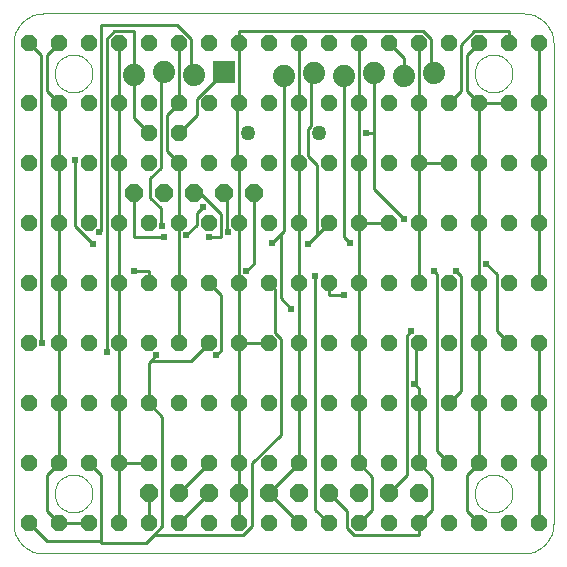
<source format=gtl>
G75*
G70*
%OFA0B0*%
%FSLAX24Y24*%
%IPPOS*%
%LPD*%
%AMOC8*
5,1,8,0,0,1.08239X$1,22.5*
%
%ADD10C,0.0000*%
%ADD11OC8,0.0520*%
%ADD12OC8,0.0600*%
%ADD13R,0.0740X0.0740*%
%ADD14C,0.0740*%
%ADD15C,0.0500*%
%ADD16C,0.0100*%
%ADD17C,0.0240*%
D10*
X001100Y000100D02*
X017100Y000100D01*
X017160Y000102D01*
X017221Y000107D01*
X017280Y000116D01*
X017339Y000129D01*
X017398Y000145D01*
X017455Y000165D01*
X017510Y000188D01*
X017565Y000215D01*
X017617Y000244D01*
X017668Y000277D01*
X017717Y000313D01*
X017763Y000351D01*
X017807Y000393D01*
X017849Y000437D01*
X017887Y000483D01*
X017923Y000532D01*
X017956Y000583D01*
X017985Y000635D01*
X018012Y000690D01*
X018035Y000745D01*
X018055Y000802D01*
X018071Y000861D01*
X018084Y000920D01*
X018093Y000979D01*
X018098Y001040D01*
X018100Y001100D01*
X018100Y017100D01*
X018098Y017160D01*
X018093Y017221D01*
X018084Y017280D01*
X018071Y017339D01*
X018055Y017398D01*
X018035Y017455D01*
X018012Y017510D01*
X017985Y017565D01*
X017956Y017617D01*
X017923Y017668D01*
X017887Y017717D01*
X017849Y017763D01*
X017807Y017807D01*
X017763Y017849D01*
X017717Y017887D01*
X017668Y017923D01*
X017617Y017956D01*
X017565Y017985D01*
X017510Y018012D01*
X017455Y018035D01*
X017398Y018055D01*
X017339Y018071D01*
X017280Y018084D01*
X017221Y018093D01*
X017160Y018098D01*
X017100Y018100D01*
X001100Y018100D01*
X001040Y018098D01*
X000979Y018093D01*
X000920Y018084D01*
X000861Y018071D01*
X000802Y018055D01*
X000745Y018035D01*
X000690Y018012D01*
X000635Y017985D01*
X000583Y017956D01*
X000532Y017923D01*
X000483Y017887D01*
X000437Y017849D01*
X000393Y017807D01*
X000351Y017763D01*
X000313Y017717D01*
X000277Y017668D01*
X000244Y017617D01*
X000215Y017565D01*
X000188Y017510D01*
X000165Y017455D01*
X000145Y017398D01*
X000129Y017339D01*
X000116Y017280D01*
X000107Y017221D01*
X000102Y017160D01*
X000100Y017100D01*
X000100Y001100D01*
X000102Y001040D01*
X000107Y000979D01*
X000116Y000920D01*
X000129Y000861D01*
X000145Y000802D01*
X000165Y000745D01*
X000188Y000690D01*
X000215Y000635D01*
X000244Y000583D01*
X000277Y000532D01*
X000313Y000483D01*
X000351Y000437D01*
X000393Y000393D01*
X000437Y000351D01*
X000483Y000313D01*
X000532Y000277D01*
X000583Y000244D01*
X000635Y000215D01*
X000690Y000188D01*
X000745Y000165D01*
X000802Y000145D01*
X000861Y000129D01*
X000920Y000116D01*
X000979Y000107D01*
X001040Y000102D01*
X001100Y000100D01*
X001470Y002100D02*
X001472Y002150D01*
X001478Y002200D01*
X001488Y002249D01*
X001502Y002297D01*
X001519Y002344D01*
X001540Y002389D01*
X001565Y002433D01*
X001593Y002474D01*
X001625Y002513D01*
X001659Y002550D01*
X001696Y002584D01*
X001736Y002614D01*
X001778Y002641D01*
X001822Y002665D01*
X001868Y002686D01*
X001915Y002702D01*
X001963Y002715D01*
X002013Y002724D01*
X002062Y002729D01*
X002113Y002730D01*
X002163Y002727D01*
X002212Y002720D01*
X002261Y002709D01*
X002309Y002694D01*
X002355Y002676D01*
X002400Y002654D01*
X002443Y002628D01*
X002484Y002599D01*
X002523Y002567D01*
X002559Y002532D01*
X002591Y002494D01*
X002621Y002454D01*
X002648Y002411D01*
X002671Y002367D01*
X002690Y002321D01*
X002706Y002273D01*
X002718Y002224D01*
X002726Y002175D01*
X002730Y002125D01*
X002730Y002075D01*
X002726Y002025D01*
X002718Y001976D01*
X002706Y001927D01*
X002690Y001879D01*
X002671Y001833D01*
X002648Y001789D01*
X002621Y001746D01*
X002591Y001706D01*
X002559Y001668D01*
X002523Y001633D01*
X002484Y001601D01*
X002443Y001572D01*
X002400Y001546D01*
X002355Y001524D01*
X002309Y001506D01*
X002261Y001491D01*
X002212Y001480D01*
X002163Y001473D01*
X002113Y001470D01*
X002062Y001471D01*
X002013Y001476D01*
X001963Y001485D01*
X001915Y001498D01*
X001868Y001514D01*
X001822Y001535D01*
X001778Y001559D01*
X001736Y001586D01*
X001696Y001616D01*
X001659Y001650D01*
X001625Y001687D01*
X001593Y001726D01*
X001565Y001767D01*
X001540Y001811D01*
X001519Y001856D01*
X001502Y001903D01*
X001488Y001951D01*
X001478Y002000D01*
X001472Y002050D01*
X001470Y002100D01*
X001470Y016100D02*
X001472Y016150D01*
X001478Y016200D01*
X001488Y016249D01*
X001502Y016297D01*
X001519Y016344D01*
X001540Y016389D01*
X001565Y016433D01*
X001593Y016474D01*
X001625Y016513D01*
X001659Y016550D01*
X001696Y016584D01*
X001736Y016614D01*
X001778Y016641D01*
X001822Y016665D01*
X001868Y016686D01*
X001915Y016702D01*
X001963Y016715D01*
X002013Y016724D01*
X002062Y016729D01*
X002113Y016730D01*
X002163Y016727D01*
X002212Y016720D01*
X002261Y016709D01*
X002309Y016694D01*
X002355Y016676D01*
X002400Y016654D01*
X002443Y016628D01*
X002484Y016599D01*
X002523Y016567D01*
X002559Y016532D01*
X002591Y016494D01*
X002621Y016454D01*
X002648Y016411D01*
X002671Y016367D01*
X002690Y016321D01*
X002706Y016273D01*
X002718Y016224D01*
X002726Y016175D01*
X002730Y016125D01*
X002730Y016075D01*
X002726Y016025D01*
X002718Y015976D01*
X002706Y015927D01*
X002690Y015879D01*
X002671Y015833D01*
X002648Y015789D01*
X002621Y015746D01*
X002591Y015706D01*
X002559Y015668D01*
X002523Y015633D01*
X002484Y015601D01*
X002443Y015572D01*
X002400Y015546D01*
X002355Y015524D01*
X002309Y015506D01*
X002261Y015491D01*
X002212Y015480D01*
X002163Y015473D01*
X002113Y015470D01*
X002062Y015471D01*
X002013Y015476D01*
X001963Y015485D01*
X001915Y015498D01*
X001868Y015514D01*
X001822Y015535D01*
X001778Y015559D01*
X001736Y015586D01*
X001696Y015616D01*
X001659Y015650D01*
X001625Y015687D01*
X001593Y015726D01*
X001565Y015767D01*
X001540Y015811D01*
X001519Y015856D01*
X001502Y015903D01*
X001488Y015951D01*
X001478Y016000D01*
X001472Y016050D01*
X001470Y016100D01*
X015470Y016100D02*
X015472Y016150D01*
X015478Y016200D01*
X015488Y016249D01*
X015502Y016297D01*
X015519Y016344D01*
X015540Y016389D01*
X015565Y016433D01*
X015593Y016474D01*
X015625Y016513D01*
X015659Y016550D01*
X015696Y016584D01*
X015736Y016614D01*
X015778Y016641D01*
X015822Y016665D01*
X015868Y016686D01*
X015915Y016702D01*
X015963Y016715D01*
X016013Y016724D01*
X016062Y016729D01*
X016113Y016730D01*
X016163Y016727D01*
X016212Y016720D01*
X016261Y016709D01*
X016309Y016694D01*
X016355Y016676D01*
X016400Y016654D01*
X016443Y016628D01*
X016484Y016599D01*
X016523Y016567D01*
X016559Y016532D01*
X016591Y016494D01*
X016621Y016454D01*
X016648Y016411D01*
X016671Y016367D01*
X016690Y016321D01*
X016706Y016273D01*
X016718Y016224D01*
X016726Y016175D01*
X016730Y016125D01*
X016730Y016075D01*
X016726Y016025D01*
X016718Y015976D01*
X016706Y015927D01*
X016690Y015879D01*
X016671Y015833D01*
X016648Y015789D01*
X016621Y015746D01*
X016591Y015706D01*
X016559Y015668D01*
X016523Y015633D01*
X016484Y015601D01*
X016443Y015572D01*
X016400Y015546D01*
X016355Y015524D01*
X016309Y015506D01*
X016261Y015491D01*
X016212Y015480D01*
X016163Y015473D01*
X016113Y015470D01*
X016062Y015471D01*
X016013Y015476D01*
X015963Y015485D01*
X015915Y015498D01*
X015868Y015514D01*
X015822Y015535D01*
X015778Y015559D01*
X015736Y015586D01*
X015696Y015616D01*
X015659Y015650D01*
X015625Y015687D01*
X015593Y015726D01*
X015565Y015767D01*
X015540Y015811D01*
X015519Y015856D01*
X015502Y015903D01*
X015488Y015951D01*
X015478Y016000D01*
X015472Y016050D01*
X015470Y016100D01*
X015470Y002100D02*
X015472Y002150D01*
X015478Y002200D01*
X015488Y002249D01*
X015502Y002297D01*
X015519Y002344D01*
X015540Y002389D01*
X015565Y002433D01*
X015593Y002474D01*
X015625Y002513D01*
X015659Y002550D01*
X015696Y002584D01*
X015736Y002614D01*
X015778Y002641D01*
X015822Y002665D01*
X015868Y002686D01*
X015915Y002702D01*
X015963Y002715D01*
X016013Y002724D01*
X016062Y002729D01*
X016113Y002730D01*
X016163Y002727D01*
X016212Y002720D01*
X016261Y002709D01*
X016309Y002694D01*
X016355Y002676D01*
X016400Y002654D01*
X016443Y002628D01*
X016484Y002599D01*
X016523Y002567D01*
X016559Y002532D01*
X016591Y002494D01*
X016621Y002454D01*
X016648Y002411D01*
X016671Y002367D01*
X016690Y002321D01*
X016706Y002273D01*
X016718Y002224D01*
X016726Y002175D01*
X016730Y002125D01*
X016730Y002075D01*
X016726Y002025D01*
X016718Y001976D01*
X016706Y001927D01*
X016690Y001879D01*
X016671Y001833D01*
X016648Y001789D01*
X016621Y001746D01*
X016591Y001706D01*
X016559Y001668D01*
X016523Y001633D01*
X016484Y001601D01*
X016443Y001572D01*
X016400Y001546D01*
X016355Y001524D01*
X016309Y001506D01*
X016261Y001491D01*
X016212Y001480D01*
X016163Y001473D01*
X016113Y001470D01*
X016062Y001471D01*
X016013Y001476D01*
X015963Y001485D01*
X015915Y001498D01*
X015868Y001514D01*
X015822Y001535D01*
X015778Y001559D01*
X015736Y001586D01*
X015696Y001616D01*
X015659Y001650D01*
X015625Y001687D01*
X015593Y001726D01*
X015565Y001767D01*
X015540Y001811D01*
X015519Y001856D01*
X015502Y001903D01*
X015488Y001951D01*
X015478Y002000D01*
X015472Y002050D01*
X015470Y002100D01*
D11*
X015600Y001100D03*
X014600Y001100D03*
X013600Y001100D03*
X012600Y001100D03*
X011600Y001100D03*
X010600Y001100D03*
X009600Y001100D03*
X008600Y001100D03*
X007600Y001100D03*
X006600Y001100D03*
X005600Y001100D03*
X004600Y001100D03*
X003600Y001100D03*
X002600Y001100D03*
X001600Y001100D03*
X000600Y001100D03*
X000600Y003100D03*
X001600Y003100D03*
X002600Y003100D03*
X003600Y003100D03*
X004600Y003100D03*
X005600Y003100D03*
X006600Y003100D03*
X007600Y003100D03*
X008600Y003100D03*
X009600Y003100D03*
X010600Y003100D03*
X011600Y003100D03*
X012600Y003100D03*
X013600Y003100D03*
X014600Y003100D03*
X015600Y003100D03*
X016600Y003100D03*
X017600Y003100D03*
X017600Y001100D03*
X016600Y001100D03*
X016600Y005100D03*
X015600Y005100D03*
X014600Y005100D03*
X013600Y005100D03*
X012600Y005100D03*
X011600Y005100D03*
X010600Y005100D03*
X009600Y005100D03*
X008600Y005100D03*
X007600Y005100D03*
X006600Y005100D03*
X005600Y005100D03*
X004600Y005100D03*
X003600Y005100D03*
X002600Y005100D03*
X001600Y005100D03*
X000600Y005100D03*
X000600Y007100D03*
X001600Y007100D03*
X002600Y007100D03*
X003600Y007100D03*
X004600Y007100D03*
X005600Y007100D03*
X006600Y007100D03*
X007600Y007100D03*
X008600Y007100D03*
X009600Y007100D03*
X010600Y007100D03*
X011600Y007100D03*
X012600Y007100D03*
X013600Y007100D03*
X014600Y007100D03*
X015600Y007100D03*
X016600Y007100D03*
X017600Y007100D03*
X017600Y005100D03*
X017600Y009100D03*
X016600Y009100D03*
X015600Y009100D03*
X014600Y009100D03*
X013600Y009100D03*
X012600Y009100D03*
X011600Y009100D03*
X010600Y009100D03*
X009600Y009100D03*
X008600Y009100D03*
X007600Y009100D03*
X006600Y009100D03*
X005600Y009100D03*
X004600Y009100D03*
X003600Y009100D03*
X002600Y009100D03*
X001600Y009100D03*
X000600Y009100D03*
X000600Y011100D03*
X001600Y011100D03*
X002600Y011100D03*
X003600Y011100D03*
X004600Y011100D03*
X005600Y011100D03*
X006600Y011100D03*
X007600Y011100D03*
X008600Y011100D03*
X009600Y011100D03*
X010600Y011100D03*
X011600Y011100D03*
X012600Y011100D03*
X013600Y011100D03*
X014600Y011100D03*
X015600Y011100D03*
X016600Y011100D03*
X017600Y011100D03*
X017600Y013100D03*
X016600Y013100D03*
X015600Y013100D03*
X014600Y013100D03*
X013600Y013100D03*
X012600Y013100D03*
X011600Y013100D03*
X010600Y013100D03*
X009600Y013100D03*
X008600Y013100D03*
X007600Y013100D03*
X006600Y013100D03*
X005600Y013100D03*
X004600Y013100D03*
X003600Y013100D03*
X002600Y013100D03*
X001600Y013100D03*
X000600Y013100D03*
X000600Y015100D03*
X001600Y015100D03*
X002600Y015100D03*
X003600Y015100D03*
X004600Y015100D03*
X004600Y014100D03*
X005600Y014100D03*
X005600Y015100D03*
X006600Y015100D03*
X007600Y015100D03*
X008600Y015100D03*
X009600Y015100D03*
X010600Y015100D03*
X011600Y015100D03*
X012600Y015100D03*
X013600Y015100D03*
X014600Y015100D03*
X015600Y015100D03*
X016600Y015100D03*
X017600Y015100D03*
X017600Y017100D03*
X016600Y017100D03*
X015600Y017100D03*
X014600Y017100D03*
X013600Y017100D03*
X012600Y017100D03*
X011600Y017100D03*
X010600Y017100D03*
X009600Y017100D03*
X008600Y017100D03*
X007600Y017100D03*
X006600Y017100D03*
X005600Y017100D03*
X004600Y017100D03*
X003600Y017100D03*
X002600Y017100D03*
X001600Y017100D03*
X000600Y017100D03*
D12*
X004100Y012100D03*
X005100Y012100D03*
X006100Y012100D03*
X007100Y012100D03*
X008100Y012100D03*
X007600Y002100D03*
X008600Y002100D03*
X009600Y002100D03*
X010600Y002100D03*
X011600Y002100D03*
X012600Y002100D03*
X013600Y002100D03*
X006600Y002100D03*
X005600Y002100D03*
X004600Y002100D03*
D13*
X007100Y016150D03*
D14*
X006100Y016050D03*
X005100Y016150D03*
X004100Y016050D03*
X009100Y016000D03*
X010100Y016100D03*
X011100Y016000D03*
X012100Y016100D03*
X013100Y016000D03*
X014100Y016100D03*
D15*
X010281Y014100D03*
X007919Y014100D03*
D16*
X007550Y013150D02*
X007600Y013100D01*
X007600Y011100D01*
X007600Y009100D01*
X007600Y007100D01*
X008600Y007100D01*
X008800Y007450D02*
X009000Y007250D01*
X009000Y004050D01*
X008050Y003100D01*
X008050Y001000D01*
X007750Y000700D01*
X004800Y000700D01*
X004775Y000725D01*
X005050Y001000D01*
X005050Y004650D01*
X004600Y005100D01*
X004600Y006450D01*
X004675Y006525D01*
X004700Y006500D01*
X006000Y006500D01*
X006600Y007100D01*
X007000Y006850D02*
X006850Y006700D01*
X007000Y006850D02*
X007000Y008700D01*
X006600Y009100D01*
X005600Y009100D02*
X005600Y007100D01*
X004850Y006700D02*
X004675Y006525D01*
X003600Y007100D02*
X003600Y005100D01*
X003600Y003100D01*
X004600Y003100D01*
X003600Y003100D02*
X003600Y001100D01*
X003000Y000500D02*
X003000Y000450D01*
X004500Y000450D01*
X004775Y000725D01*
X004600Y001100D02*
X004600Y002100D01*
X005600Y002100D02*
X006600Y003100D01*
X006600Y002100D02*
X005600Y001100D01*
X007600Y001100D02*
X007600Y002100D01*
X007600Y003100D01*
X007600Y005100D01*
X007600Y007100D01*
X008800Y007450D02*
X008800Y008900D01*
X008600Y009100D01*
X009000Y008600D02*
X009000Y010700D01*
X008975Y010725D01*
X008700Y010450D01*
X008975Y010725D02*
X009100Y010850D01*
X009100Y016000D01*
X010000Y016000D02*
X010000Y014350D01*
X009900Y014250D01*
X009900Y013350D01*
X010200Y013050D01*
X010200Y010750D01*
X010225Y010725D01*
X009900Y010400D01*
X010225Y010725D02*
X010600Y011100D01*
X011100Y010650D02*
X011100Y016000D01*
X010100Y016100D02*
X010000Y016000D01*
X009600Y015100D02*
X009600Y013100D01*
X009600Y011100D01*
X009600Y009100D01*
X009600Y007100D01*
X009600Y005100D01*
X009600Y003100D01*
X008650Y002150D01*
X008650Y002100D01*
X008600Y002100D01*
X009600Y001100D01*
X010150Y001550D02*
X010600Y001100D01*
X011200Y000950D02*
X011450Y000700D01*
X013600Y000700D01*
X013600Y001100D01*
X014050Y001550D01*
X014050Y002650D01*
X013600Y003100D01*
X013600Y005100D01*
X013600Y005600D01*
X013450Y005750D01*
X013500Y005750D01*
X013500Y007000D01*
X013600Y007100D01*
X013350Y007500D02*
X013200Y007350D01*
X013200Y002700D01*
X012600Y002100D01*
X012050Y002650D02*
X012050Y001550D01*
X011600Y001100D01*
X011200Y000950D02*
X011200Y001500D01*
X010600Y002100D01*
X010150Y001550D02*
X010150Y009350D01*
X010600Y009100D02*
X010600Y008700D01*
X011100Y008700D01*
X011600Y009100D02*
X011600Y007100D01*
X011600Y005100D01*
X011600Y003100D01*
X012050Y002650D01*
X014200Y003500D02*
X014600Y003100D01*
X014200Y003500D02*
X014200Y009400D01*
X014100Y009500D01*
X013600Y009100D02*
X013600Y011100D01*
X013600Y013100D01*
X013600Y015100D01*
X013600Y017100D01*
X013100Y016600D02*
X013100Y016000D01*
X013100Y016600D02*
X012600Y017100D01*
X011600Y017100D02*
X011600Y015100D01*
X011600Y013100D01*
X011600Y011100D01*
X012600Y011100D01*
X013100Y011250D02*
X012100Y012250D01*
X012100Y014100D01*
X011850Y014100D01*
X012100Y014100D02*
X012100Y016100D01*
X013750Y017500D02*
X007600Y017500D01*
X007600Y017100D01*
X007600Y015100D01*
X007550Y015050D01*
X007550Y013150D01*
X007100Y012100D02*
X007200Y012000D01*
X007200Y010850D01*
X007250Y010800D01*
X007000Y010650D02*
X007000Y011400D01*
X006300Y012100D01*
X006100Y012100D01*
X006400Y011650D02*
X006200Y011450D01*
X006200Y011050D01*
X005850Y010700D01*
X005600Y011100D02*
X005600Y013100D01*
X005200Y013500D01*
X005200Y014700D01*
X005600Y015100D01*
X005600Y017100D01*
X006000Y017250D02*
X005550Y017700D01*
X003000Y017700D01*
X003000Y010850D01*
X002950Y010800D01*
X002750Y010400D02*
X002150Y011000D01*
X002150Y013200D01*
X001600Y013100D02*
X001600Y015100D01*
X001200Y015500D01*
X001200Y016700D01*
X001600Y017100D01*
X001000Y016700D02*
X000600Y017100D01*
X001000Y016700D02*
X001000Y007150D01*
X001050Y007100D01*
X001600Y007100D02*
X001600Y005100D01*
X001600Y003100D01*
X001200Y002700D01*
X001200Y001500D01*
X001600Y001100D01*
X002600Y001100D01*
X003000Y000500D02*
X003000Y002700D01*
X002600Y003100D01*
X000600Y001100D02*
X001200Y000500D01*
X003000Y000500D01*
X003200Y006800D02*
X003200Y017250D01*
X003450Y017500D01*
X004100Y017500D01*
X004100Y016050D01*
X004100Y014600D01*
X004600Y014100D01*
X005600Y014100D02*
X006200Y014700D01*
X006200Y015250D01*
X007100Y016150D01*
X006100Y016050D02*
X006000Y016150D01*
X006000Y017250D01*
X005100Y016150D02*
X005000Y016050D01*
X005000Y012950D01*
X004650Y012600D01*
X004650Y011950D01*
X005000Y011600D01*
X005000Y011050D01*
X005050Y011000D01*
X005100Y010650D02*
X004100Y010650D01*
X004100Y012100D01*
X003600Y013100D02*
X003600Y015100D01*
X003600Y017100D01*
X003600Y013100D02*
X003600Y011100D01*
X003600Y009100D01*
X003600Y007100D01*
X001600Y007100D02*
X001600Y009100D01*
X001600Y011100D01*
X001600Y013100D01*
X004100Y009500D02*
X004600Y009500D01*
X004600Y009100D01*
X005600Y009100D02*
X005600Y011100D01*
X006600Y010650D02*
X007000Y010650D01*
X008100Y009750D02*
X008100Y012100D01*
X008100Y009750D02*
X007850Y009500D01*
X009000Y008600D02*
X009350Y008250D01*
X011600Y009100D02*
X011600Y011100D01*
X011100Y010650D02*
X011300Y010450D01*
X013600Y013100D02*
X014600Y013100D01*
X015600Y013100D02*
X015600Y015100D01*
X015200Y015500D01*
X015200Y016700D01*
X015600Y017100D01*
X015450Y017500D02*
X016600Y017500D01*
X016600Y017100D01*
X017600Y017100D02*
X017600Y015100D01*
X017600Y013100D01*
X017600Y011100D01*
X017600Y009100D01*
X016200Y009400D02*
X016200Y007500D01*
X016600Y007100D01*
X015600Y007100D02*
X015600Y009100D01*
X015600Y011100D01*
X015600Y013100D01*
X015600Y015100D02*
X016600Y015100D01*
X015000Y015500D02*
X015000Y017050D01*
X015450Y017500D01*
X014000Y017250D02*
X014000Y016200D01*
X014100Y016100D01*
X015000Y015500D02*
X014600Y015100D01*
X014000Y017250D02*
X013750Y017500D01*
X009600Y017100D02*
X009600Y015100D01*
X014850Y009500D02*
X015000Y009350D01*
X015000Y005500D01*
X014600Y005100D01*
X015600Y005100D02*
X015600Y003100D01*
X015200Y002700D01*
X015200Y001500D01*
X015600Y001100D01*
X017600Y001100D02*
X017600Y003100D01*
X017600Y005100D01*
X017600Y007100D01*
X015600Y007100D02*
X015600Y005100D01*
X016200Y009400D02*
X015850Y009750D01*
D17*
X015850Y009750D03*
X014850Y009500D03*
X014100Y009500D03*
X013100Y011250D03*
X011300Y010450D03*
X010150Y009350D03*
X011100Y008700D03*
X009350Y008250D03*
X007850Y009500D03*
X008700Y010450D03*
X009900Y010400D03*
X007250Y010800D03*
X006600Y010650D03*
X005850Y010700D03*
X005100Y010650D03*
X005050Y011000D03*
X006400Y011650D03*
X004100Y009500D03*
X002750Y010400D03*
X002950Y010800D03*
X002150Y013200D03*
X001050Y007100D03*
X003200Y006800D03*
X004850Y006700D03*
X006850Y006700D03*
X013350Y007500D03*
X013450Y005750D03*
X011850Y014100D03*
M02*

</source>
